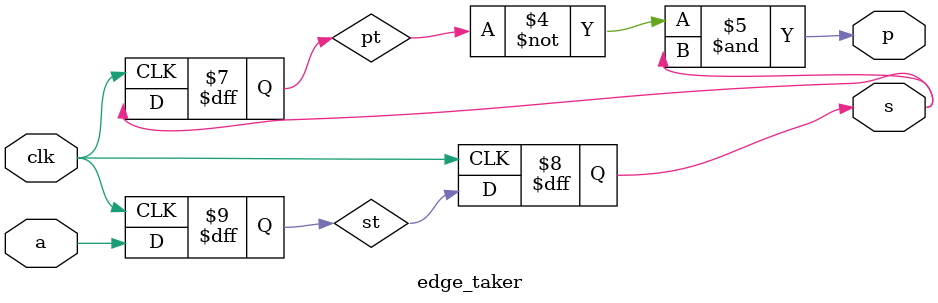
<source format=v>
`timescale 1ns / 1ps

module edge_taker(
    input clk,
    input a,
    output reg s,
    output p
    );
    reg st,pt;
    initial 
    begin
        st = 0;
        pt = 0;
        s = 0;
    end

    always@(posedge clk)
    begin
        st<=a;
    end
    always@(posedge clk)
    begin
        s<=st;
    end
    always@(posedge clk)
    begin
        pt<=s;
    end
    
    assign p = ~pt & s;
endmodule
</source>
